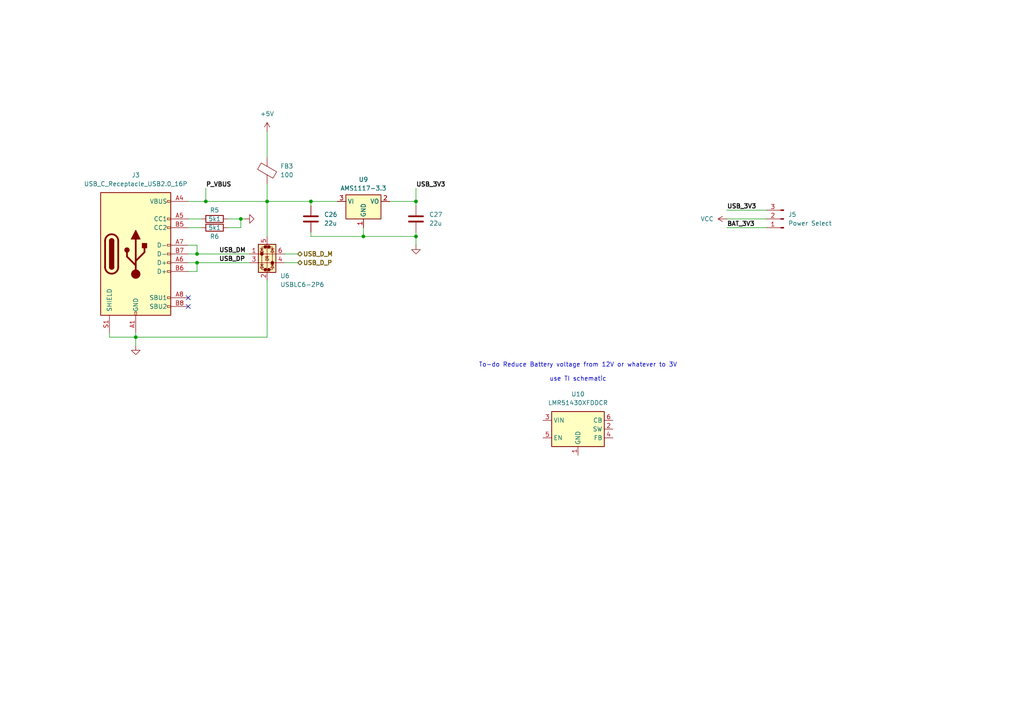
<source format=kicad_sch>
(kicad_sch (version 20250114) (generator "eeschema") (generator_version "9.0")
  (paper "A4")
  (lib_symbols
    (symbol "Connector:Conn_01x03_Pin" (pin_names (offset 1.016) (hide yes))
      (property "Reference" "J" (at 0 5.08 0))
      (property "Value" "Conn_01x03_Pin" (at 0 -5.08 0))
      (symbol "Conn_01x03_Pin_1_1"
        (rectangle (start 0.8636 2.667) (end 0 2.413) (stroke (width 0.1524)) (fill (type outline)))
        (rectangle (start 0.8636 0.127) (end 0 -0.127) (stroke (width 0.1524)) (fill (type outline)))
        (rectangle (start 0.8636 -2.413) (end 0 -2.667) (stroke (width 0.1524)) (fill (type outline)))
        (polyline (pts (xy 1.27 2.54) (xy 0.8636 2.54)) (stroke (width 0.1524)))
        (polyline (pts (xy 1.27 0) (xy 0.8636 0)) (stroke (width 0.1524)))
        (polyline (pts (xy 1.27 -2.54) (xy 0.8636 -2.54)) (stroke (width 0.1524)))
        (pin passive line (at 5.08 2.54 180) (length 3.81) (name "Pin_1") (number "1"))
        (pin passive line (at 5.08 0 180) (length 3.81) (name "Pin_2") (number "2"))
        (pin passive line (at 5.08 -2.54 180) (length 3.81) (name "Pin_3") (number "3"))
      )
    )
    (symbol "Connector:USB_C_Receptacle_USB2.0_16P" (pin_names (offset 1.016))
      (property "Reference" "J" (at 0 22.225 0))
      (property "Value" "USB_C_Receptacle_USB2.0_16P" (at 0 19.685 0))
      (symbol "USB_C_Receptacle_USB2.0_16P_0_0"
        (rectangle (start -0.254 -17.78) (end 0.254 -16.764))
        (rectangle (start 10.16 15.494) (end 9.144 14.986))
        (rectangle (start 10.16 10.414) (end 9.144 9.906))
        (rectangle (start 10.16 7.874) (end 9.144 7.366))
        (rectangle (start 10.16 2.794) (end 9.144 2.286))
        (rectangle (start 10.16 0.254) (end 9.144 -0.254))
        (rectangle (start 10.16 -2.286) (end 9.144 -2.794))
        (rectangle (start 10.16 -4.826) (end 9.144 -5.334))
        (rectangle (start 10.16 -12.446) (end 9.144 -12.954))
        (rectangle (start 10.16 -14.986) (end 9.144 -15.494))
      )
      (symbol "USB_C_Receptacle_USB2.0_16P_0_1"
        (rectangle (start -10.16 17.78) (end 10.16 -17.78) (stroke (width 0.254)) (fill (type background)))
        (polyline (pts (xy -8.89 -3.81) (xy -8.89 3.81)) (stroke (width 0.508)))
        (rectangle (start -7.62 -3.81) (end -6.35 3.81) (stroke (width 0.254)) (fill (type outline)))
        (arc (start -7.62 3.81) (mid -6.985 4.4423) (end -6.35 3.81) (stroke (width 0.254)))
        (arc (start -7.62 3.81) (mid -6.985 4.4423) (end -6.35 3.81) (stroke (width 0.254)) (fill (type outline)))
        (arc (start -8.89 3.81) (mid -6.985 5.7067) (end -5.08 3.81) (stroke (width 0.508)))
        (arc (start -5.08 -3.81) (mid -6.985 -5.7067) (end -8.89 -3.81) (stroke (width 0.508)))
        (arc (start -6.35 -3.81) (mid -6.985 -4.4423) (end -7.62 -3.81) (stroke (width 0.254)))
        (arc (start -6.35 -3.81) (mid -6.985 -4.4423) (end -7.62 -3.81) (stroke (width 0.254)) (fill (type outline)))
        (polyline (pts (xy -5.08 3.81) (xy -5.08 -3.81)) (stroke (width 0.508)))
        (circle (center -2.54 1.143) (radius 0.635) (stroke (width 0.254)) (fill (type outline)))
        (polyline (pts (xy -1.27 4.318) (xy 0 6.858) (xy 1.27 4.318) (xy -1.27 4.318)) (stroke (width 0.254)) (fill (type outline)))
        (polyline (pts (xy 0 -2.032) (xy 2.54 0.508) (xy 2.54 1.778)) (stroke (width 0.508)))
        (polyline (pts (xy 0 -3.302) (xy -2.54 -0.762) (xy -2.54 0.508)) (stroke (width 0.508)))
        (polyline (pts (xy 0 -5.842) (xy 0 4.318)) (stroke (width 0.508)))
        (circle (center 0 -5.842) (radius 1.27) (fill (type outline)))
        (rectangle (start 1.905 1.778) (end 3.175 3.048) (stroke (width 0.254)) (fill (type outline)))
      )
      (symbol "USB_C_Receptacle_USB2.0_16P_1_1"
        (pin passive line (at -7.62 -22.86 90) (length 5.08) (name "SHIELD") (number "S1"))
        (pin passive line (at 0 -22.86 90) (length 5.08) (name "GND") (number "A1"))
        (pin passive line (at 0 -22.86 90) (length 5.08) (hide yes) (name "GND") (number "A12"))
        (pin passive line (at 0 -22.86 90) (length 5.08) (hide yes) (name "GND") (number "B1"))
        (pin passive line (at 0 -22.86 90) (length 5.08) (hide yes) (name "GND") (number "B12"))
        (pin passive line (at 15.24 15.24 180) (length 5.08) (name "VBUS") (number "A4"))
        (pin passive line (at 15.24 15.24 180) (length 5.08) (hide yes) (name "VBUS") (number "A9"))
        (pin passive line (at 15.24 15.24 180) (length 5.08) (hide yes) (name "VBUS") (number "B4"))
        (pin passive line (at 15.24 15.24 180) (length 5.08) (hide yes) (name "VBUS") (number "B9"))
        (pin bidirectional line (at 15.24 10.16 180) (length 5.08) (name "CC1") (number "A5"))
        (pin bidirectional line (at 15.24 7.62 180) (length 5.08) (name "CC2") (number "B5"))
        (pin bidirectional line (at 15.24 2.54 180) (length 5.08) (name "D-") (number "A7"))
        (pin bidirectional line (at 15.24 0 180) (length 5.08) (name "D-") (number "B7"))
        (pin bidirectional line (at 15.24 -2.54 180) (length 5.08) (name "D+") (number "A6"))
        (pin bidirectional line (at 15.24 -5.08 180) (length 5.08) (name "D+") (number "B6"))
        (pin bidirectional line (at 15.24 -12.7 180) (length 5.08) (name "SBU1") (number "A8"))
        (pin bidirectional line (at 15.24 -15.24 180) (length 5.08) (name "SBU2") (number "B8"))
      )
    )
    (symbol "Device:C" (pin_numbers (hide yes)) (pin_names (offset 0.254))
      (property "Reference" "C" (at 0.635 2.54 0))
      (property "Value" "C" (at 0.635 -2.54 0))
      (symbol "C_0_1"
        (polyline (pts (xy -2.032 0.762) (xy 2.032 0.762)) (stroke (width 0.508)))
        (polyline (pts (xy -2.032 -0.762) (xy 2.032 -0.762)) (stroke (width 0.508)))
      )
      (symbol "C_1_1"
        (pin passive line (at 0 3.81 270) (length 2.794) (name "~") (number "1"))
        (pin passive line (at 0 -3.81 90) (length 2.794) (name "~") (number "2"))
      )
    )
    (symbol "Device:FerriteBead" (pin_numbers (hide yes)) (pin_names (offset 0))
      (property "Reference" "FB" (at -3.81 0.635 90))
      (property "Value" "FerriteBead" (at 3.81 0 90))
      (symbol "FerriteBead_0_1"
        (polyline (pts (xy -2.7686 0.4064) (xy -1.7018 2.2606) (xy 2.7686 -0.3048) (xy 1.6764 -2.159) (xy -2.7686 0.4064)))
        (polyline (pts (xy 0 1.27) (xy 0 1.2954)))
        (polyline (pts (xy 0 -1.27) (xy 0 -1.2192)))
      )
      (symbol "FerriteBead_1_1"
        (pin passive line (at 0 3.81 270) (length 2.54) (name "~") (number "1"))
        (pin passive line (at 0 -3.81 90) (length 2.54) (name "~") (number "2"))
      )
    )
    (symbol "Device:R" (pin_numbers (hide yes)) (pin_names (offset 0))
      (property "Reference" "R" (at 2.032 0 90))
      (property "Value" "R" (at 0 0 90))
      (symbol "R_0_1"
        (rectangle (start -1.016 -2.54) (end 1.016 2.54) (stroke (width 0.254)))
      )
      (symbol "R_1_1"
        (pin passive line (at 0 3.81 270) (length 1.27) (name "~") (number "1"))
        (pin passive line (at 0 -3.81 90) (length 1.27) (name "~") (number "2"))
      )
    )
    (symbol "Power_Protection:USBLC6-2P6" (pin_names (hide yes))
      (property "Reference" "U" (at 0.635 5.715 0))
      (property "Value" "USBLC6-2P6" (at 0.635 3.81 0))
      (symbol "USBLC6-2P6_0_0"
        (circle (center -1.524 0) (radius 0.0001) (stroke (width 0.508)))
        (circle (center -0.508 2.032) (radius 0.0001) (stroke (width 0.508)))
        (circle (center -0.508 -4.572) (radius 0.0001) (stroke (width 0.508)))
        (circle (center 0.508 2.032) (radius 0.0001) (stroke (width 0.508)))
        (circle (center 0.508 -4.572) (radius 0.0001) (stroke (width 0.508)))
        (circle (center 1.524 -2.54) (radius 0.0001) (stroke (width 0.508)))
      )
      (symbol "USBLC6-2P6_0_1"
        (polyline (pts (xy -2.54 0) (xy 2.54 0)))
        (polyline (pts (xy -2.54 -2.54) (xy 2.54 -2.54)))
        (polyline (pts (xy -2.032 0.508) (xy -1.016 0.508) (xy -1.524 1.524) (xy -2.032 0.508)))
        (polyline (pts (xy -2.032 -3.048) (xy -1.016 -3.048)))
        (polyline (pts (xy -1.016 1.524) (xy -2.032 1.524)))
        (polyline (pts (xy -1.016 -4.064) (xy -2.032 -4.064) (xy -1.524 -3.048) (xy -1.016 -4.064)))
        (polyline (pts (xy -0.508 -1.143) (xy -0.508 -0.762) (xy 0.508 -0.762)))
        (polyline (pts (xy 0 2.54) (xy -0.508 2.032) (xy 0.508 2.032) (xy 0 1.524) (xy 0 -4.064) (xy -0.508 -4.572) (xy 0.508 -4.572) (xy 0 -5.08)))
        (polyline (pts (xy 0.508 -1.778) (xy -0.508 -1.778) (xy 0 -0.762) (xy 0.508 -1.778)))
        (polyline (pts (xy 1.016 1.524) (xy 2.032 1.524)))
        (polyline (pts (xy 1.016 -3.048) (xy 2.032 -3.048)))
        (polyline (pts (xy 2.032 0.508) (xy 1.016 0.508) (xy 1.524 1.524) (xy 2.032 0.508)))
        (polyline (pts (xy 2.032 -4.064) (xy 1.016 -4.064) (xy 1.524 -3.048) (xy 2.032 -4.064)))
      )
      (symbol "USBLC6-2P6_1_1"
        (rectangle (start -2.54 2.794) (end 2.54 -5.334) (stroke (width 0.254)) (fill (type background)))
        (polyline (pts (xy -0.508 2.032) (xy -1.524 2.032) (xy -1.524 -4.572) (xy -0.508 -4.572)))
        (polyline (pts (xy 0.508 -4.572) (xy 1.524 -4.572) (xy 1.524 2.032) (xy 0.508 2.032)))
        (pin passive line (at -5.08 0 0) (length 2.54) (name "I/O1") (number "1"))
        (pin passive line (at -5.08 -2.54 0) (length 2.54) (name "I/O2") (number "3"))
        (pin passive line (at 0 5.08 270) (length 2.54) (name "VBUS") (number "5"))
        (pin passive line (at 0 -7.62 90) (length 2.54) (name "GND") (number "2"))
        (pin passive line (at 5.08 0 180) (length 2.54) (name "I/O1") (number "6"))
        (pin passive line (at 5.08 -2.54 180) (length 2.54) (name "I/O2") (number "4"))
      )
    )
    (symbol "Regulator_Linear:AMS1117-3.3"
      (property "Reference" "U" (at -3.81 3.175 0))
      (property "Value" "AMS1117-3.3" (at 0 3.175 0))
      (symbol "AMS1117-3.3_0_1"
        (rectangle (start -5.08 -5.08) (end 5.08 1.905) (stroke (width 0.254)) (fill (type background)))
      )
      (symbol "AMS1117-3.3_1_1"
        (pin power_in line (at -7.62 0 0) (length 2.54) (name "VI") (number "3"))
        (pin power_in line (at 0 -7.62 90) (length 2.54) (name "GND") (number "1"))
        (pin power_out line (at 7.62 0 180) (length 2.54) (name "VO") (number "2"))
      )
    )
    (symbol "Regulator_Switching:LMR51430"
      (property "Reference" "U" (at -7.62 6.35 0))
      (property "Value" "LMR51430" (at 0 6.35 0))
      (symbol "LMR51430_0_1"
        (rectangle (start -7.62 5.08) (end 7.62 -5.08) (stroke (width 0.254)) (fill (type background)))
      )
      (symbol "LMR51430_1_1"
        (pin power_in line (at -10.16 2.54 0) (length 2.54) (name "VIN") (number "3"))
        (pin input line (at -10.16 -2.54 0) (length 2.54) (name "EN") (number "5"))
        (pin power_in line (at 0 -7.62 90) (length 2.54) (name "GND") (number "1"))
        (pin passive line (at 10.16 2.54 180) (length 2.54) (name "CB") (number "6"))
        (pin power_out line (at 10.16 0 180) (length 2.54) (name "SW") (number "2"))
        (pin input line (at 10.16 -2.54 180) (length 2.54) (name "FB") (number "4"))
      )
    )
    (symbol "power:+5V" (power) (pin_numbers (hide yes)) (pin_names (offset 0) (hide yes))
      (property "Value" "+5V" (at 0 3.556 0))
      (symbol "+5V_0_1"
        (polyline (pts (xy -0.762 1.27) (xy 0 2.54)))
        (polyline (pts (xy 0 2.54) (xy 0.762 1.27)))
        (polyline (pts (xy 0 0) (xy 0 2.54)))
      )
      (symbol "+5V_1_1"
        (pin power_in line (at 0 0 90) (length 0) (name "~") (number "1"))
      )
    )
    (symbol "power:GND" (power) (pin_numbers (hide yes)) (pin_names (offset 0) (hide yes))
      (property "Value" "GND" (at 0 -3.81 0))
      (symbol "GND_0_1"
        (polyline (pts (xy 0 0) (xy 0 -1.27) (xy 1.27 -1.27) (xy 0 -2.54) (xy -1.27 -1.27) (xy 0 -1.27)))
      )
      (symbol "GND_1_1"
        (pin power_in line (at 0 0 270) (length 0) (name "~") (number "1"))
      )
    )
    (symbol "power:VCC" (power) (pin_numbers (hide yes)) (pin_names (offset 0) (hide yes))
      (property "Value" "VCC" (at 0 3.556 0))
      (symbol "VCC_0_1"
        (polyline (pts (xy -0.762 1.27) (xy 0 2.54)))
        (polyline (pts (xy 0 2.54) (xy 0.762 1.27)))
        (polyline (pts (xy 0 0) (xy 0 2.54)))
      )
      (symbol "VCC_1_1"
        (pin power_in line (at 0 0 90) (length 0) (name "~") (number "1"))
      )
    )
  )
  (text "To-do Reduce Battery voltage from 12V or whatever to 3V\n\nuse TI schematic" (at 167.64 107.95 0) (effects (font (size 1.27 1.27))))
  (junction (at 39.37 97.79))
  (junction (at 120.65 58.42))
  (junction (at 69.85 63.5))
  (junction (at 120.65 68.58))
  (junction (at 77.47 58.42))
  (junction (at 59.69 58.42))
  (junction (at 57.15 76.2))
  (junction (at 90.17 58.42))
  (junction (at 105.41 68.58))
  (junction (at 57.15 73.66))
  (no_connect (at 54.61 88.9))
  (no_connect (at 54.61 86.36))
  (wire (pts (xy 57.15 76.2) (xy 57.15 78.74)))
  (wire (pts (xy 90.17 58.42) (xy 90.17 59.69)))
  (wire (pts (xy 105.41 66.04) (xy 105.41 68.58)))
  (wire (pts (xy 82.55 76.2) (xy 86.36 76.2)))
  (wire (pts (xy 210.82 66.04) (xy 222.25 66.04)))
  (wire (pts (xy 39.37 97.79) (xy 39.37 100.33)))
  (wire (pts (xy 57.15 76.2) (xy 72.39 76.2)))
  (wire (pts (xy 77.47 97.79) (xy 39.37 97.79)))
  (wire (pts (xy 90.17 67.31) (xy 90.17 68.58)))
  (wire (pts (xy 57.15 71.12) (xy 57.15 73.66)))
  (wire (pts (xy 57.15 71.12) (xy 54.61 71.12)))
  (wire (pts (xy 59.69 58.42) (xy 77.47 58.42)))
  (wire (pts (xy 57.15 78.74) (xy 54.61 78.74)))
  (wire (pts (xy 54.61 63.5) (xy 58.42 63.5)))
  (wire (pts (xy 57.15 73.66) (xy 72.39 73.66)))
  (wire (pts (xy 57.15 76.2) (xy 54.61 76.2)))
  (wire (pts (xy 57.15 73.66) (xy 54.61 73.66)))
  (wire (pts (xy 113.03 58.42) (xy 120.65 58.42)))
  (wire (pts (xy 120.65 68.58) (xy 120.65 71.12)))
  (wire (pts (xy 66.04 63.5) (xy 69.85 63.5)))
  (wire (pts (xy 39.37 96.52) (xy 39.37 97.79)))
  (wire (pts (xy 31.75 96.52) (xy 31.75 97.79)))
  (wire (pts (xy 105.41 68.58) (xy 120.65 68.58)))
  (wire (pts (xy 210.82 63.5) (xy 222.25 63.5)))
  (wire (pts (xy 69.85 66.04) (xy 69.85 63.5)))
  (wire (pts (xy 77.47 53.34) (xy 77.47 58.42)))
  (wire (pts (xy 120.65 68.58) (xy 120.65 67.31)))
  (wire (pts (xy 54.61 66.04) (xy 58.42 66.04)))
  (wire (pts (xy 210.82 60.96) (xy 222.25 60.96)))
  (wire (pts (xy 77.47 58.42) (xy 77.47 68.58)))
  (wire (pts (xy 66.04 66.04) (xy 69.85 66.04)))
  (wire (pts (xy 77.47 81.28) (xy 77.47 97.79)))
  (wire (pts (xy 54.61 58.42) (xy 59.69 58.42)))
  (wire (pts (xy 69.85 63.5) (xy 71.12 63.5)))
  (wire (pts (xy 31.75 97.79) (xy 39.37 97.79)))
  (wire (pts (xy 120.65 54.61) (xy 120.65 58.42)))
  (wire (pts (xy 82.55 73.66) (xy 86.36 73.66)))
  (wire (pts (xy 59.69 54.61) (xy 59.69 58.42)))
  (wire (pts (xy 77.47 58.42) (xy 90.17 58.42)))
  (wire (pts (xy 77.47 38.1) (xy 77.47 45.72)))
  (wire (pts (xy 90.17 68.58) (xy 105.41 68.58)))
  (wire (pts (xy 120.65 58.42) (xy 120.65 59.69)))
  (wire (pts (xy 90.17 58.42) (xy 97.79 58.42)))
  (label "P_VBUS" (at 59.69 54.61 0) (effects (font (thickness 0.254) (bold yes))))
  (label "USB_3V3" (at 120.65 54.61 0) (effects (font (thickness 0.254) (bold yes))))
  (label "USB_DM" (at 63.5 73.66 0) (effects (font (thickness 0.254) (bold yes))))
  (label "USB_DP" (at 63.5 76.2 0) (effects (font (thickness 0.254) (bold yes))))
  (label "USB_3V3" (at 210.82 60.96 0) (effects (font (thickness 0.254) (bold yes))))
  (label "BAT_3V3" (at 210.82 66.04 0) (effects (font (thickness 0.254) (bold yes))))
  (hierarchical_label "USB_D_M" (shape bidirectional) (at 86.36 73.66 0) (effects (font (thickness 0.254) (bold yes))))
  (hierarchical_label "USB_D_P" (shape bidirectional) (at 86.36 76.2 0) (effects (font (thickness 0.254) (bold yes))))
  (symbol (lib_id "Power_Protection:USBLC6-2P6") (at 77.47 73.66 0) (unit 1)
    (property "Reference" "U6" (at 81.28 80.01 0) (effects (justify left)))
    (property "Value" "USBLC6-2P6" (at 81.28 82.55 0) (effects (justify left)))
    (property "Footprint" "Package_TO_SOT_SMD:SOT-666" (effects (hide yes)))
    (property "Datasheet" "https://www.st.com/resource/en/datasheet/usblc6-2.pdf" (effects (hide yes)))
    (property "Description" "Very low capacitance ESD protection diode, 2 data-line, SOT-666" (effects (hide yes)))
  )
  (symbol (lib_id "power:+5V") (at 77.47 38.1 0) (unit 1)
    (property "Reference" "#PWR028" (effects (hide yes)))
    (property "Value" "+5V" (at 77.47 33.02 0))
    (property "Description" "Power symbol creates a global label with name \"+5V\"" (effects (hide yes)))
  )
  (symbol (lib_id "power:GND") (at 39.37 100.33 0) (unit 1)
    (property "Reference" "#PWR026" (effects (hide yes)))
    (property "Value" "GND" (effects (hide yes)))
    (property "Description" "Power symbol creates a global label with name \"GND\" , ground" (effects (hide yes)))
  )
  (symbol (lib_id "power:GND") (at 71.12 63.5 90) (unit 1)
    (property "Reference" "#PWR027" (effects (hide yes)))
    (property "Value" "GND" (effects (hide yes)))
    (property "Description" "Power symbol creates a global label with name \"GND\" , ground" (effects (hide yes)))
  )
  (symbol (lib_id "Regulator_Linear:AMS1117-3.3") (at 105.41 58.42 0) (unit 1)
    (property "Reference" "U9" (at 105.41 52.07 0))
    (property "Value" "AMS1117-3.3" (at 105.41 54.61 0))
    (property "Footprint" "Package_TO_SOT_SMD:SOT-223-3_TabPin2" (effects (hide yes)))
    (property "Datasheet" "http://www.advanced-monolithic.com/pdf/ds1117.pdf" (effects (hide yes)))
    (property "Description" "1A Low Dropout regulator, positive, 3.3V fixed output, SOT-223" (effects (hide yes)))
  )
  (symbol (lib_id "Device:C") (at 90.17 63.5 0) (unit 1)
    (property "Reference" "C26" (at 93.98 62.2299 0) (effects (justify left)))
    (property "Value" "22u" (at 93.98 64.7699 0) (effects (justify left)))
    (property "Description" "Unpolarized capacitor" (effects (hide yes)))
  )
  (symbol (lib_id "power:VCC") (at 210.82 63.5 90) (unit 1)
    (property "Reference" "#PWR038" (effects (hide yes)))
    (property "Value" "VCC" (at 207.01 63.4999 90) (effects (justify left)))
    (property "Description" "Power symbol creates a global label with name \"VCC\"" (effects (hide yes)))
  )
  (symbol (lib_id "Device:C") (at 120.65 63.5 0) (unit 1)
    (property "Reference" "C27" (at 124.46 62.2299 0) (effects (justify left)))
    (property "Value" "22u" (at 124.46 64.7699 0) (effects (justify left)))
    (property "Description" "Tantalum capacitor or a Ceramic one with a small series resistor (0.5Ω)" (effects (hide yes)))
  )
  (symbol (lib_id "power:GND") (at 120.65 71.12 0) (unit 1)
    (property "Reference" "#PWR029" (effects (hide yes)))
    (property "Value" "GND" (effects (hide yes)))
    (property "Description" "Power symbol creates a global label with name \"GND\" , ground" (effects (hide yes)))
  )
  (symbol (lib_id "Device:R") (at 62.23 63.5 90) (unit 1)
    (property "Reference" "R5" (at 62.23 60.96 90))
    (property "Value" "5k1" (at 62.23 63.5 90))
    (property "Description" "Resistor" (effects (hide yes)))
  )
  (symbol (lib_id "Device:R") (at 62.23 66.04 90) (unit 1)
    (property "Reference" "R6" (at 62.23 68.58 90))
    (property "Value" "5k1" (at 62.23 66.04 90))
    (property "Description" "Resistor" (effects (hide yes)))
  )
  (symbol (lib_id "Device:FerriteBead") (at 77.47 49.53 0) (unit 1)
    (property "Reference" "FB3" (at 81.28 48.2091 0) (effects (justify left)))
    (property "Value" "100" (at 81.28 50.7491 0) (effects (justify left)))
    (property "Description" "Ferrite bead" (effects (hide yes)))
  )
  (symbol (lib_id "Connector:Conn_01x03_Pin") (at 227.33 63.5 180) (unit 1)
    (property "Reference" "J5" (at 228.6 62.2299 0) (effects (justify right)))
    (property "Value" "Power Select" (at 228.6 64.7699 0) (effects (justify right)))
    (property "Description" "Generic connector, single row, 01x03, script generated" (effects (hide yes)))
  )
  (symbol (lib_id "Regulator_Switching:LMR51430") (at 167.64 124.46 0) (unit 1)
    (property "Reference" "U10" (at 167.64 114.3 0))
    (property "Value" "LMR51430XFDDCR" (at 167.64 116.84 0))
    (property "Footprint" "Package_TO_SOT_SMD:SOT-23-6" (effects (hide yes)))
    (property "Datasheet" "https://www.ti.com/lit/ds/symlink/lmr51430.pdf" (effects (hide yes)))
    (property "Description" "4.5-V to 36-V, 3-A synchronous buck converter with 40-µA IQ, SOT-23-6" (effects (hide yes)))
  )
  (symbol (lib_id "Connector:USB_C_Receptacle_USB2.0_16P") (at 39.37 73.66 0) (unit 1)
    (property "Reference" "J3" (at 39.37 50.8 0))
    (property "Value" "USB_C_Receptacle_USB2.0_16P" (at 39.37 53.34 0))
    (property "Datasheet" "https://www.usb.org/sites/default/files/documents/usb_type-c.zip" (effects (hide yes)))
    (property "Description" "USB 2.0-only 16P Type-C Receptacle connector" (effects (hide yes)))
  )
)
</source>
